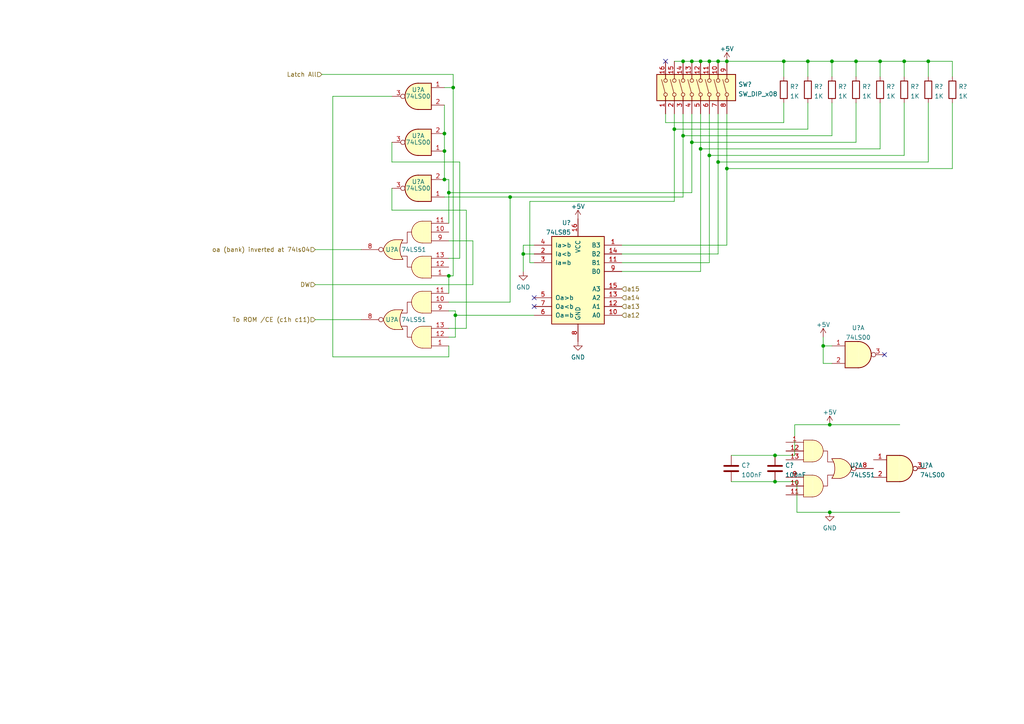
<source format=kicad_sch>
(kicad_sch (version 20211123) (generator eeschema)
  (paper "A4")
  (lib_symbols
    (symbol "74xx:74LS00" (pin_names (offset 1.016))
      (property "Reference" "U" (at 0 1.27 0))
      (property "Value" "74LS00" (at 0 -1.27 0))
      (symbol "74LS00_1_1"
        (arc (start 0 -3.81) (mid 3.81 0) (end 0 3.81) (stroke (width 0.254)) (fill (type background)))
        (polyline (pts (xy 0 3.81) (xy -3.81 3.81) (xy -3.81 -3.81) (xy 0 -3.81)) (stroke (width 0.254)) (fill (type background)))
        (pin input line (at -7.62 2.54 0) (length 3.81) (name "~") (number "1"))
        (pin input line (at -7.62 -2.54 0) (length 3.81) (name "~") (number "2"))
        (pin output inverted (at 7.62 0 180) (length 3.81) (name "~") (number "3"))
      )
      (symbol "74LS00_1_2"
        (arc (start -3.81 -3.81) (mid -2.589 0) (end -3.81 3.81) (stroke (width 0.254)))
        (arc (start -0.6096 -3.81) (mid 2.1855 -2.584) (end 3.81 0) (stroke (width 0.254)) (fill (type background)))
        (polyline (pts (xy -3.81 -3.81) (xy -0.635 -3.81)) (stroke (width 0.254)) (fill (type background)))
        (polyline (pts (xy -3.81 3.81) (xy -0.635 3.81)) (stroke (width 0.254)) (fill (type background)))
        (polyline (pts (xy -0.635 3.81) (xy -3.81 3.81) (xy -3.81 3.81) (xy -3.556 3.4036) (xy -3.0226 2.2606) (xy -2.6924 1.0414) (xy -2.6162 -0.254) (xy -2.7686 -1.4986) (xy -3.175 -2.7178) (xy -3.81 -3.81) (xy -3.81 -3.81) (xy -0.635 -3.81)) (stroke (width -25.4)) (fill (type background)))
        (arc (start 3.81 0) (mid 2.1928 2.5925) (end -0.6096 3.81) (stroke (width 0.254)) (fill (type background)))
        (pin input inverted (at -7.62 2.54 0) (length 4.318) (name "~") (number "1"))
        (pin input inverted (at -7.62 -2.54 0) (length 4.318) (name "~") (number "2"))
        (pin output line (at 7.62 0 180) (length 3.81) (name "~") (number "3"))
      )
      (symbol "74LS00_2_1"
        (arc (start 0 -3.81) (mid 3.81 0) (end 0 3.81) (stroke (width 0.254)) (fill (type background)))
        (polyline (pts (xy 0 3.81) (xy -3.81 3.81) (xy -3.81 -3.81) (xy 0 -3.81)) (stroke (width 0.254)) (fill (type background)))
        (pin input line (at -7.62 2.54 0) (length 3.81) (name "~") (number "4"))
        (pin input line (at -7.62 -2.54 0) (length 3.81) (name "~") (number "5"))
        (pin output inverted (at 7.62 0 180) (length 3.81) (name "~") (number "6"))
      )
      (symbol "74LS00_2_2"
        (arc (start -3.81 -3.81) (mid -2.589 0) (end -3.81 3.81) (stroke (width 0.254)))
        (arc (start -0.6096 -3.81) (mid 2.1855 -2.584) (end 3.81 0) (stroke (width 0.254)) (fill (type background)))
        (polyline (pts (xy -3.81 -3.81) (xy -0.635 -3.81)) (stroke (width 0.254)) (fill (type background)))
        (polyline (pts (xy -3.81 3.81) (xy -0.635 3.81)) (stroke (width 0.254)) (fill (type background)))
        (polyline (pts (xy -0.635 3.81) (xy -3.81 3.81) (xy -3.81 3.81) (xy -3.556 3.4036) (xy -3.0226 2.2606) (xy -2.6924 1.0414) (xy -2.6162 -0.254) (xy -2.7686 -1.4986) (xy -3.175 -2.7178) (xy -3.81 -3.81) (xy -3.81 -3.81) (xy -0.635 -3.81)) (stroke (width -25.4)) (fill (type background)))
        (arc (start 3.81 0) (mid 2.1928 2.5925) (end -0.6096 3.81) (stroke (width 0.254)) (fill (type background)))
        (pin input inverted (at -7.62 2.54 0) (length 4.318) (name "~") (number "4"))
        (pin input inverted (at -7.62 -2.54 0) (length 4.318) (name "~") (number "5"))
        (pin output line (at 7.62 0 180) (length 3.81) (name "~") (number "6"))
      )
      (symbol "74LS00_3_1"
        (arc (start 0 -3.81) (mid 3.81 0) (end 0 3.81) (stroke (width 0.254)) (fill (type background)))
        (polyline (pts (xy 0 3.81) (xy -3.81 3.81) (xy -3.81 -3.81) (xy 0 -3.81)) (stroke (width 0.254)) (fill (type background)))
        (pin input line (at -7.62 -2.54 0) (length 3.81) (name "~") (number "10"))
        (pin output inverted (at 7.62 0 180) (length 3.81) (name "~") (number "8"))
        (pin input line (at -7.62 2.54 0) (length 3.81) (name "~") (number "9"))
      )
      (symbol "74LS00_3_2"
        (arc (start -3.81 -3.81) (mid -2.589 0) (end -3.81 3.81) (stroke (width 0.254)))
        (arc (start -0.6096 -3.81) (mid 2.1855 -2.584) (end 3.81 0) (stroke (width 0.254)) (fill (type background)))
        (polyline (pts (xy -3.81 -3.81) (xy -0.635 -3.81)) (stroke (width 0.254)) (fill (type background)))
        (polyline (pts (xy -3.81 3.81) (xy -0.635 3.81)) (stroke (width 0.254)) (fill (type background)))
        (polyline (pts (xy -0.635 3.81) (xy -3.81 3.81) (xy -3.81 3.81) (xy -3.556 3.4036) (xy -3.0226 2.2606) (xy -2.6924 1.0414) (xy -2.6162 -0.254) (xy -2.7686 -1.4986) (xy -3.175 -2.7178) (xy -3.81 -3.81) (xy -3.81 -3.81) (xy -0.635 -3.81)) (stroke (width -25.4)) (fill (type background)))
        (arc (start 3.81 0) (mid 2.1928 2.5925) (end -0.6096 3.81) (stroke (width 0.254)) (fill (type background)))
        (pin input inverted (at -7.62 -2.54 0) (length 4.318) (name "~") (number "10"))
        (pin output line (at 7.62 0 180) (length 3.81) (name "~") (number "8"))
        (pin input inverted (at -7.62 2.54 0) (length 4.318) (name "~") (number "9"))
      )
      (symbol "74LS00_4_1"
        (arc (start 0 -3.81) (mid 3.81 0) (end 0 3.81) (stroke (width 0.254)) (fill (type background)))
        (polyline (pts (xy 0 3.81) (xy -3.81 3.81) (xy -3.81 -3.81) (xy 0 -3.81)) (stroke (width 0.254)) (fill (type background)))
        (pin output inverted (at 7.62 0 180) (length 3.81) (name "~") (number "11"))
        (pin input line (at -7.62 2.54 0) (length 3.81) (name "~") (number "12"))
        (pin input line (at -7.62 -2.54 0) (length 3.81) (name "~") (number "13"))
      )
      (symbol "74LS00_4_2"
        (arc (start -3.81 -3.81) (mid -2.589 0) (end -3.81 3.81) (stroke (width 0.254)))
        (arc (start -0.6096 -3.81) (mid 2.1855 -2.584) (end 3.81 0) (stroke (width 0.254)) (fill (type background)))
        (polyline (pts (xy -3.81 -3.81) (xy -0.635 -3.81)) (stroke (width 0.254)) (fill (type background)))
        (polyline (pts (xy -3.81 3.81) (xy -0.635 3.81)) (stroke (width 0.254)) (fill (type background)))
        (polyline (pts (xy -0.635 3.81) (xy -3.81 3.81) (xy -3.81 3.81) (xy -3.556 3.4036) (xy -3.0226 2.2606) (xy -2.6924 1.0414) (xy -2.6162 -0.254) (xy -2.7686 -1.4986) (xy -3.175 -2.7178) (xy -3.81 -3.81) (xy -3.81 -3.81) (xy -0.635 -3.81)) (stroke (width -25.4)) (fill (type background)))
        (arc (start 3.81 0) (mid 2.1928 2.5925) (end -0.6096 3.81) (stroke (width 0.254)) (fill (type background)))
        (pin output line (at 7.62 0 180) (length 3.81) (name "~") (number "11"))
        (pin input inverted (at -7.62 2.54 0) (length 4.318) (name "~") (number "12"))
        (pin input inverted (at -7.62 -2.54 0) (length 4.318) (name "~") (number "13"))
      )
      (symbol "74LS00_5_0"
        (pin power_in line (at 0 12.7 270) (length 5.08) (name "VCC") (number "14"))
        (pin power_in line (at 0 -12.7 90) (length 5.08) (name "GND") (number "7"))
      )
      (symbol "74LS00_5_1"
        (rectangle (start -5.08 7.62) (end 5.08 -7.62) (stroke (width 0.254)) (fill (type background)))
      )
    )
    (symbol "74xx:74LS51" (pin_names (offset 1.016))
      (property "Reference" "U" (at -7.62 10.16 0))
      (property "Value" "74LS51" (at -7.62 -10.16 0))
      (symbol "74LS51_1_0"
        (arc (start -5.08 -8.255) (mid -1.905 -5.08) (end -5.08 -1.905) (fill (type background)))
        (arc (start -5.08 1.905) (mid -1.905 5.08) (end -5.08 8.255) (fill (type background)))
        (polyline (pts (xy -5.08 -1.905) (xy -7.62 -1.905) (xy -7.62 -8.255) (xy -5.08 -8.255)) (fill (type background)))
        (polyline (pts (xy -5.08 1.905) (xy -7.62 1.905) (xy -7.62 8.255) (xy -5.08 8.255)) (fill (type background)))
        (polyline (pts (xy -1.905 -5.08) (xy -0.635 -5.08) (xy -0.635 -1.905) (xy 1.016 -1.905)))
        (polyline (pts (xy -1.905 5.08) (xy -0.635 5.08) (xy -0.635 1.905) (xy 1.016 1.905)))
        (polyline (pts (xy 2.9718 2.8702) (xy 0.5842 2.8702) (xy 0.5842 2.8448) (xy 0.635 2.7432) (xy 0.7112 2.6416) (xy 0.762 2.54) (xy 0.8382 2.4384) (xy 0.889 2.3114) (xy 0.9652 2.2098) (xy 1.016 2.0828) (xy 1.0668 1.9812) (xy 1.1176 1.8542) (xy 1.1684 1.7526) (xy 1.2192 1.6256) (xy 1.2446 1.4986) (xy 1.2954 1.3716) (xy 1.3208 1.27) (xy 1.3462 1.143) (xy 1.3716 1.016) (xy 1.397 0.889) (xy 1.4224 0.762) (xy 1.4478 0.635) (xy 1.4478 0.508) (xy 1.4732 0.381) (xy 1.4732 0.254) (xy 1.4732 0.127) (xy 1.4732 0) (xy 1.4732 -0.127) (xy 1.4732 -0.254) (xy 1.4732 -0.381) (xy 1.4732 -0.508) (xy 1.4478 -0.635) (xy 1.4224 -0.762) (xy 1.397 -0.889) (xy 1.397 -1.016) (xy 1.3462 -1.143) (xy 1.3208 -1.2446) (xy 1.2954 -1.3716) (xy 1.2446 -1.4986) (xy 1.2192 -1.6256) (xy 1.1684 -1.7272) (xy 1.1176 -1.8542) (xy 1.0668 -1.9812) (xy 1.016 -2.0828) (xy 0.9652 -2.2098) (xy 0.9144 -2.3114) (xy 0.8636 -2.4384) (xy 0.7874 -2.54) (xy 0.7112 -2.6416) (xy 0.6604 -2.7432) (xy 0.5842 -2.8448) (xy 0.5842 -2.8448) (xy 2.9718 -2.8448)) (stroke (width 0.1778)) (fill (type background)))
        (arc (start 2.9718 -2.8448) (mid 5.0797 -1.9419) (end 6.2992 0) (stroke (width 0.1778)) (fill (type background)))
        (arc (start 6.2992 0) (mid 5.0758 1.9455) (end 2.9718 2.8702) (stroke (width 0.1778)) (fill (type background)))
        (circle (center 6.985 0) (radius 0.635))
        (pin input line (at -12.7 7.62 0) (length 5.08) (name "~") (number "1"))
        (pin input line (at -12.7 -5.08 0) (length 5.08) (name "~") (number "10"))
        (pin input line (at -12.7 -7.62 0) (length 5.08) (name "~") (number "11"))
        (pin input line (at -12.7 5.08 0) (length 5.08) (name "~") (number "12"))
        (pin input line (at -12.7 2.54 0) (length 5.08) (name "~") (number "13"))
        (pin output line (at 12.7 0 180) (length 5.08) (name "~") (number "8"))
        (pin input line (at -12.7 -2.54 0) (length 5.08) (name "~") (number "9"))
      )
      (symbol "74LS51_2_0"
        (arc (start -5.08 -8.255) (mid -1.905 -5.08) (end -5.08 -1.905) (fill (type background)))
        (arc (start -5.08 1.905) (mid -1.905 5.08) (end -5.08 8.255) (fill (type background)))
        (polyline (pts (xy -5.08 -1.905) (xy -7.62 -1.905) (xy -7.62 -8.255) (xy -5.08 -8.255)) (fill (type background)))
        (polyline (pts (xy -5.08 1.905) (xy -7.62 1.905) (xy -7.62 8.255) (xy -5.08 8.255)) (fill (type background)))
        (polyline (pts (xy -1.905 -5.08) (xy -0.635 -5.08) (xy -0.635 -1.905) (xy 1.016 -1.905)))
        (polyline (pts (xy -1.905 5.08) (xy -0.635 5.08) (xy -0.635 1.905) (xy 1.016 1.905)))
        (polyline (pts (xy 2.9718 2.8702) (xy 0.5842 2.8702) (xy 0.5842 2.8448) (xy 0.635 2.7432) (xy 0.7112 2.6416) (xy 0.762 2.54) (xy 0.8382 2.4384) (xy 0.889 2.3114) (xy 0.9652 2.2098) (xy 1.016 2.0828) (xy 1.0668 1.9812) (xy 1.1176 1.8542) (xy 1.1684 1.7526) (xy 1.2192 1.6256) (xy 1.2446 1.4986) (xy 1.2954 1.3716) (xy 1.3208 1.27) (xy 1.3462 1.143) (xy 1.3716 1.016) (xy 1.397 0.889) (xy 1.4224 0.762) (xy 1.4478 0.635) (xy 1.4478 0.508) (xy 1.4732 0.381) (xy 1.4732 0.254) (xy 1.4732 0.127) (xy 1.4732 0) (xy 1.4732 -0.127) (xy 1.4732 -0.254) (xy 1.4732 -0.381) (xy 1.4732 -0.508) (xy 1.4478 -0.635) (xy 1.4224 -0.762) (xy 1.397 -0.889) (xy 1.397 -1.016) (xy 1.3462 -1.143) (xy 1.3208 -1.2446) (xy 1.2954 -1.3716) (xy 1.2446 -1.4986) (xy 1.2192 -1.6256) (xy 1.1684 -1.7272) (xy 1.1176 -1.8542) (xy 1.0668 -1.9812) (xy 1.016 -2.0828) (xy 0.9652 -2.2098) (xy 0.9144 -2.3114) (xy 0.8636 -2.4384) (xy 0.7874 -2.54) (xy 0.7112 -2.6416) (xy 0.6604 -2.7432) (xy 0.5842 -2.8448) (xy 0.5842 -2.8448) (xy 2.9718 -2.8448)) (stroke (width 0.1778)) (fill (type background)))
        (arc (start 2.9718 -2.8448) (mid 5.0797 -1.9419) (end 6.2992 0) (stroke (width 0.1778)) (fill (type background)))
        (arc (start 6.2992 0) (mid 5.0758 1.9455) (end 2.9718 2.8702) (stroke (width 0.1778)) (fill (type background)))
        (circle (center 6.985 0) (radius 0.635))
        (pin input line (at -12.7 7.62 0) (length 5.08) (name "~") (number "2"))
        (pin input line (at -12.7 2.54 0) (length 5.08) (name "~") (number "3"))
        (pin input line (at -12.7 -2.54 0) (length 5.08) (name "~") (number "4"))
        (pin input line (at -12.7 -7.62 0) (length 5.08) (name "~") (number "5"))
        (pin output line (at 12.7 0 180) (length 5.08) (name "~") (number "6"))
      )
      (symbol "74LS51_3_0"
        (pin power_in line (at 0 12.7 270) (length 5.08) (name "VCC") (number "14"))
        (pin power_in line (at 0 -12.7 90) (length 5.08) (name "GND") (number "7"))
      )
      (symbol "74LS51_3_1"
        (rectangle (start -5.08 7.62) (end 5.08 -7.62) (stroke (width 0.254)) (fill (type background)))
      )
    )
    (symbol "74xx:74LS85" (pin_names (offset 1.016))
      (property "Reference" "U" (at -7.62 13.97 0))
      (property "Value" "74LS85" (at -7.62 -13.97 0))
      (symbol "74LS85_1_0"
        (pin input line (at -12.7 10.16 0) (length 5.08) (name "B3") (number "1"))
        (pin input line (at -12.7 -10.16 0) (length 5.08) (name "A0") (number "10"))
        (pin input line (at -12.7 5.08 0) (length 5.08) (name "B1") (number "11"))
        (pin input line (at -12.7 -7.62 0) (length 5.08) (name "A1") (number "12"))
        (pin input line (at -12.7 -5.08 0) (length 5.08) (name "A2") (number "13"))
        (pin input line (at -12.7 7.62 0) (length 5.08) (name "B2") (number "14"))
        (pin input line (at -12.7 -2.54 0) (length 5.08) (name "A3") (number "15"))
        (pin power_in line (at 0 17.78 270) (length 5.08) (name "VCC") (number "16"))
        (pin input line (at 12.7 7.62 180) (length 5.08) (name "Ia<b") (number "2"))
        (pin input line (at 12.7 5.08 180) (length 5.08) (name "Ia=b") (number "3"))
        (pin input line (at 12.7 10.16 180) (length 5.08) (name "Ia>b") (number "4"))
        (pin output line (at 12.7 -5.08 180) (length 5.08) (name "Oa>b") (number "5"))
        (pin output line (at 12.7 -10.16 180) (length 5.08) (name "Oa=b") (number "6"))
        (pin output line (at 12.7 -7.62 180) (length 5.08) (name "Oa<b") (number "7"))
        (pin power_in line (at 0 -17.78 90) (length 5.08) (name "GND") (number "8"))
        (pin input line (at -12.7 2.54 0) (length 5.08) (name "B0") (number "9"))
      )
      (symbol "74LS85_1_1"
        (rectangle (start -7.62 12.7) (end 7.62 -12.7) (stroke (width 0.254)) (fill (type background)))
      )
    )
    (symbol "Device:C" (pin_numbers hide) (pin_names (offset 0.254))
      (property "Reference" "C" (at 0.635 2.54 0))
      (property "Value" "C" (at 0.635 -2.54 0))
      (symbol "C_0_1"
        (polyline (pts (xy -2.032 -0.762) (xy 2.032 -0.762)) (stroke (width 0.508)))
        (polyline (pts (xy -2.032 0.762) (xy 2.032 0.762)) (stroke (width 0.508)))
      )
      (symbol "C_1_1"
        (pin passive line (at 0 3.81 270) (length 2.794) (name "~") (number "1"))
        (pin passive line (at 0 -3.81 90) (length 2.794) (name "~") (number "2"))
      )
    )
    (symbol "Device:R" (pin_numbers hide) (pin_names (offset 0))
      (property "Reference" "R" (at 2.032 0 90))
      (property "Value" "R" (at 0 0 90))
      (symbol "R_0_1"
        (rectangle (start -1.016 -2.54) (end 1.016 2.54) (stroke (width 0.254)))
      )
      (symbol "R_1_1"
        (pin passive line (at 0 3.81 270) (length 1.27) (name "~") (number "1"))
        (pin passive line (at 0 -3.81 90) (length 1.27) (name "~") (number "2"))
      )
    )
    (symbol "Switch:SW_DIP_x08" (pin_names (offset 0) hide)
      (property "Reference" "SW" (at 0 13.97 0))
      (property "Value" "SW_DIP_x08" (at 0 -11.43 0))
      (symbol "SW_DIP_x08_0_0"
        (circle (center -2.032 -7.62) (radius 0.508))
        (circle (center -2.032 -5.08) (radius 0.508))
        (circle (center -2.032 -2.54) (radius 0.508))
        (circle (center -2.032 0) (radius 0.508))
        (circle (center -2.032 2.54) (radius 0.508))
        (circle (center -2.032 5.08) (radius 0.508))
        (circle (center -2.032 7.62) (radius 0.508))
        (circle (center -2.032 10.16) (radius 0.508))
        (polyline (pts (xy -1.524 -7.4676) (xy 2.3622 -6.4262)))
        (polyline (pts (xy -1.524 -4.9276) (xy 2.3622 -3.8862)))
        (polyline (pts (xy -1.524 -2.3876) (xy 2.3622 -1.3462)))
        (polyline (pts (xy -1.524 0.127) (xy 2.3622 1.1684)))
        (polyline (pts (xy -1.524 2.667) (xy 2.3622 3.7084)))
        (polyline (pts (xy -1.524 5.207) (xy 2.3622 6.2484)))
        (polyline (pts (xy -1.524 7.747) (xy 2.3622 8.7884)))
        (polyline (pts (xy -1.524 10.287) (xy 2.3622 11.3284)))
        (circle (center 2.032 -7.62) (radius 0.508))
        (circle (center 2.032 -5.08) (radius 0.508))
        (circle (center 2.032 -2.54) (radius 0.508))
        (circle (center 2.032 0) (radius 0.508))
        (circle (center 2.032 2.54) (radius 0.508))
        (circle (center 2.032 5.08) (radius 0.508))
        (circle (center 2.032 7.62) (radius 0.508))
        (circle (center 2.032 10.16) (radius 0.508))
      )
      (symbol "SW_DIP_x08_0_1"
        (rectangle (start -3.81 12.7) (end 3.81 -10.16) (stroke (width 0.254)) (fill (type background)))
      )
      (symbol "SW_DIP_x08_1_1"
        (pin passive line (at -7.62 10.16 0) (length 5.08) (name "~") (number "1"))
        (pin passive line (at 7.62 -5.08 180) (length 5.08) (name "~") (number "10"))
        (pin passive line (at 7.62 -2.54 180) (length 5.08) (name "~") (number "11"))
        (pin passive line (at 7.62 0 180) (length 5.08) (name "~") (number "12"))
        (pin passive line (at 7.62 2.54 180) (length 5.08) (name "~") (number "13"))
        (pin passive line (at 7.62 5.08 180) (length 5.08) (name "~") (number "14"))
        (pin passive line (at 7.62 7.62 180) (length 5.08) (name "~") (number "15"))
        (pin passive line (at 7.62 10.16 180) (length 5.08) (name "~") (number "16"))
        (pin passive line (at -7.62 7.62 0) (length 5.08) (name "~") (number "2"))
        (pin passive line (at -7.62 5.08 0) (length 5.08) (name "~") (number "3"))
        (pin passive line (at -7.62 2.54 0) (length 5.08) (name "~") (number "4"))
        (pin passive line (at -7.62 0 0) (length 5.08) (name "~") (number "5"))
        (pin passive line (at -7.62 -2.54 0) (length 5.08) (name "~") (number "6"))
        (pin passive line (at -7.62 -5.08 0) (length 5.08) (name "~") (number "7"))
        (pin passive line (at -7.62 -7.62 0) (length 5.08) (name "~") (number "8"))
        (pin passive line (at 7.62 -7.62 180) (length 5.08) (name "~") (number "9"))
      )
    )
    (symbol "power:+5V" (power) (pin_names (offset 0))
      (property "Value" "+5V" (at 0 3.556 0))
      (symbol "+5V_0_1"
        (polyline (pts (xy -0.762 1.27) (xy 0 2.54)))
        (polyline (pts (xy 0 0) (xy 0 2.54)))
        (polyline (pts (xy 0 2.54) (xy 0.762 1.27)))
      )
      (symbol "+5V_1_1"
        (pin power_in line (at 0 0 90) (length 0) hide (name "+5V") (number "1"))
      )
    )
    (symbol "power:GND" (power) (pin_names (offset 0))
      (property "Value" "GND" (at 0 -3.81 0))
      (symbol "GND_0_1"
        (polyline (pts (xy 0 0) (xy 0 -1.27) (xy 1.27 -1.27) (xy 0 -2.54) (xy -1.27 -1.27) (xy 0 -1.27)))
      )
      (symbol "GND_1_1"
        (pin power_in line (at 0 0 270) (length 0) hide (name "GND") (number "1"))
      )
    )
  )
  (junction (at 147.955 57.15))
  (junction (at 131.445 25.4))
  (junction (at 269.24 17.78))
  (junction (at 248.285 17.78))
  (junction (at 198.12 17.78))
  (junction (at 130.175 55.88))
  (junction (at 224.79 132.08))
  (junction (at 234.315 17.78))
  (junction (at 240.665 148.59))
  (junction (at 200.66 41.275))
  (junction (at 195.58 37.465))
  (junction (at 128.905 38.735))
  (junction (at 203.2 43.18))
  (junction (at 130.175 80.01))
  (junction (at 224.79 139.7))
  (junction (at 151.765 73.66))
  (junction (at 200.66 17.78))
  (junction (at 227.33 17.78))
  (junction (at 208.28 17.78))
  (junction (at 205.74 45.085))
  (junction (at 262.255 17.78))
  (junction (at 132.08 91.44))
  (junction (at 128.905 52.07))
  (junction (at 210.82 17.78))
  (junction (at 241.3 17.78))
  (junction (at 203.2 17.78))
  (junction (at 208.28 46.99))
  (junction (at 205.74 17.78))
  (junction (at 198.12 39.37))
  (junction (at 238.76 100.33))
  (junction (at 210.82 48.895))
  (junction (at 128.905 43.815))
  (junction (at 255.27 17.78))
  (junction (at 240.665 123.19))
  (no_connect (at 193.04 17.78))
  (no_connect (at 154.94 86.36))
  (no_connect (at 154.94 88.9))
  (no_connect (at 256.54 102.87))
  (wire (pts (xy 131.445 25.4) (xy 131.445 21.59)))
  (wire (pts (xy 203.2 43.18) (xy 255.27 43.18)))
  (wire (pts (xy 203.2 17.78) (xy 200.66 17.78)))
  (wire (pts (xy 224.79 139.7) (xy 212.09 139.7)))
  (wire (pts (xy 227.33 22.225) (xy 227.33 17.78)))
  (wire (pts (xy 276.225 48.895) (xy 210.82 48.895)))
  (wire (pts (xy 210.82 17.78) (xy 208.28 17.78)))
  (wire (pts (xy 151.765 73.66) (xy 154.94 73.66)))
  (wire (pts (xy 234.315 29.845) (xy 234.315 37.465)))
  (wire (pts (xy 269.24 17.78) (xy 276.225 17.78)))
  (wire (pts (xy 227.33 17.78) (xy 234.315 17.78)))
  (wire (pts (xy 208.28 17.78) (xy 205.74 17.78)))
  (wire (pts (xy 153.67 58.42) (xy 195.58 58.42)))
  (wire (pts (xy 231.14 148.59) (xy 231.14 139.7)))
  (wire (pts (xy 208.28 46.99) (xy 208.28 73.66)))
  (wire (pts (xy 130.175 52.07) (xy 130.175 55.88)))
  (wire (pts (xy 269.24 29.845) (xy 269.24 46.99)))
  (wire (pts (xy 128.905 43.815) (xy 128.905 52.07)))
  (wire (pts (xy 198.12 57.15) (xy 198.12 39.37)))
  (wire (pts (xy 132.08 91.44) (xy 154.94 91.44)))
  (wire (pts (xy 135.255 95.25) (xy 130.175 95.25)))
  (wire (pts (xy 130.175 80.01) (xy 130.175 85.09)))
  (wire (pts (xy 262.255 17.78) (xy 269.24 17.78)))
  (wire (pts (xy 241.3 39.37) (xy 241.3 29.845)))
  (wire (pts (xy 210.82 71.12) (xy 180.34 71.12)))
  (wire (pts (xy 241.3 17.78) (xy 241.3 22.225)))
  (wire (pts (xy 238.76 97.79) (xy 238.76 100.33)))
  (wire (pts (xy 205.74 33.02) (xy 205.74 45.085)))
  (wire (pts (xy 193.04 33.02) (xy 193.04 35.56)))
  (wire (pts (xy 260.985 148.59) (xy 240.665 148.59)))
  (wire (pts (xy 203.2 43.18) (xy 203.2 78.74)))
  (wire (pts (xy 147.955 57.15) (xy 147.955 87.63)))
  (wire (pts (xy 132.08 90.17) (xy 132.08 91.44)))
  (wire (pts (xy 231.14 139.7) (xy 224.79 139.7)))
  (wire (pts (xy 153.67 76.2) (xy 153.67 58.42)))
  (wire (pts (xy 240.665 148.59) (xy 231.14 148.59)))
  (wire (pts (xy 255.27 43.18) (xy 255.27 29.845)))
  (wire (pts (xy 230.505 123.19) (xy 240.665 123.19)))
  (wire (pts (xy 137.16 69.85) (xy 137.16 82.55)))
  (wire (pts (xy 276.225 17.78) (xy 276.225 22.225)))
  (wire (pts (xy 132.08 91.44) (xy 132.08 97.79)))
  (wire (pts (xy 200.66 17.78) (xy 198.12 17.78)))
  (wire (pts (xy 276.225 29.845) (xy 276.225 48.895)))
  (wire (pts (xy 91.44 82.55) (xy 137.16 82.55)))
  (wire (pts (xy 205.74 45.085) (xy 205.74 76.2)))
  (wire (pts (xy 238.76 100.33) (xy 238.76 105.41)))
  (wire (pts (xy 205.74 17.78) (xy 203.2 17.78)))
  (wire (pts (xy 96.52 103.505) (xy 130.175 103.505)))
  (wire (pts (xy 248.285 17.78) (xy 248.285 22.225)))
  (wire (pts (xy 241.3 17.78) (xy 248.285 17.78)))
  (wire (pts (xy 210.82 33.02) (xy 210.82 48.895)))
  (wire (pts (xy 210.82 48.895) (xy 210.82 71.12)))
  (wire (pts (xy 93.345 21.59) (xy 131.445 21.59)))
  (wire (pts (xy 203.2 78.74) (xy 180.34 78.74)))
  (wire (pts (xy 193.04 35.56) (xy 227.33 35.56)))
  (wire (pts (xy 130.175 90.17) (xy 132.08 90.17)))
  (wire (pts (xy 151.765 71.12) (xy 154.94 71.12)))
  (wire (pts (xy 133.35 74.93) (xy 130.175 74.93)))
  (wire (pts (xy 205.74 76.2) (xy 180.34 76.2)))
  (wire (pts (xy 195.58 37.465) (xy 195.58 33.02)))
  (wire (pts (xy 208.28 33.02) (xy 208.28 46.99)))
  (wire (pts (xy 130.175 55.88) (xy 130.175 64.77)))
  (wire (pts (xy 113.665 60.96) (xy 135.255 60.96)))
  (wire (pts (xy 133.35 46.99) (xy 133.35 74.93)))
  (wire (pts (xy 113.665 46.99) (xy 133.35 46.99)))
  (wire (pts (xy 151.765 73.66) (xy 151.765 71.12)))
  (wire (pts (xy 113.665 41.275) (xy 113.665 46.99)))
  (wire (pts (xy 198.12 39.37) (xy 198.12 33.02)))
  (wire (pts (xy 255.27 22.225) (xy 255.27 17.78)))
  (wire (pts (xy 198.12 17.78) (xy 195.58 17.78)))
  (wire (pts (xy 195.58 37.465) (xy 234.315 37.465)))
  (wire (pts (xy 248.285 29.845) (xy 248.285 41.275)))
  (wire (pts (xy 248.285 41.275) (xy 200.66 41.275)))
  (wire (pts (xy 262.255 22.225) (xy 262.255 17.78)))
  (wire (pts (xy 238.76 105.41) (xy 241.3 105.41)))
  (wire (pts (xy 113.665 54.61) (xy 113.665 60.96)))
  (wire (pts (xy 262.255 45.085) (xy 262.255 29.845)))
  (wire (pts (xy 234.315 17.78) (xy 234.315 22.225)))
  (wire (pts (xy 195.58 58.42) (xy 195.58 37.465)))
  (wire (pts (xy 128.905 57.15) (xy 147.955 57.15)))
  (wire (pts (xy 130.175 103.505) (xy 130.175 100.33)))
  (wire (pts (xy 128.905 25.4) (xy 131.445 25.4)))
  (wire (pts (xy 234.315 17.78) (xy 241.3 17.78)))
  (wire (pts (xy 203.2 33.02) (xy 203.2 43.18)))
  (wire (pts (xy 208.28 46.99) (xy 269.24 46.99)))
  (wire (pts (xy 200.66 55.88) (xy 200.66 41.275)))
  (wire (pts (xy 128.905 30.48) (xy 128.905 38.735)))
  (wire (pts (xy 240.665 123.19) (xy 260.985 123.19)))
  (wire (pts (xy 130.175 55.88) (xy 200.66 55.88)))
  (wire (pts (xy 224.79 132.08) (xy 230.505 132.08)))
  (wire (pts (xy 132.08 97.79) (xy 130.175 97.79)))
  (wire (pts (xy 269.24 22.225) (xy 269.24 17.78)))
  (wire (pts (xy 208.28 73.66) (xy 180.34 73.66)))
  (wire (pts (xy 248.285 17.78) (xy 255.27 17.78)))
  (wire (pts (xy 130.175 87.63) (xy 147.955 87.63)))
  (wire (pts (xy 255.27 17.78) (xy 262.255 17.78)))
  (wire (pts (xy 154.94 76.2) (xy 153.67 76.2)))
  (wire (pts (xy 96.52 27.94) (xy 96.52 103.505)))
  (wire (pts (xy 147.955 57.15) (xy 198.12 57.15)))
  (wire (pts (xy 135.255 60.96) (xy 135.255 95.25)))
  (wire (pts (xy 151.765 78.74) (xy 151.765 73.66)))
  (wire (pts (xy 210.82 17.78) (xy 227.33 17.78)))
  (wire (pts (xy 91.44 92.71) (xy 104.775 92.71)))
  (wire (pts (xy 200.66 41.275) (xy 200.66 33.02)))
  (wire (pts (xy 131.445 25.4) (xy 131.445 80.01)))
  (wire (pts (xy 128.905 52.07) (xy 130.175 52.07)))
  (wire (pts (xy 227.33 35.56) (xy 227.33 29.845)))
  (wire (pts (xy 131.445 80.01) (xy 130.175 80.01)))
  (wire (pts (xy 205.74 45.085) (xy 262.255 45.085)))
  (wire (pts (xy 212.09 132.08) (xy 224.79 132.08)))
  (wire (pts (xy 113.665 27.94) (xy 96.52 27.94)))
  (wire (pts (xy 128.905 38.735) (xy 128.905 43.815)))
  (wire (pts (xy 230.505 132.08) (xy 230.505 123.19)))
  (wire (pts (xy 130.175 69.85) (xy 137.16 69.85)))
  (wire (pts (xy 238.76 100.33) (xy 241.3 100.33)))
  (wire (pts (xy 91.44 72.39) (xy 104.775 72.39)))
  (wire (pts (xy 198.12 39.37) (xy 241.3 39.37)))
  (hierarchical_label "a15" (shape input) (at 180.34 83.82 0))
  (hierarchical_label "a14" (shape input) (at 180.34 86.36 0))
  (hierarchical_label "a12" (shape input) (at 180.34 91.44 0))
  (hierarchical_label "oa (bank) inverted at 74ls04" (shape input) (at 91.44 72.39 180))
  (hierarchical_label "a13" (shape input) (at 180.34 88.9 0))
  (hierarchical_label "DW" (shape input) (at 91.44 82.55 180))
  (hierarchical_label "Latch All" (shape input) (at 93.345 21.59 180))
  (hierarchical_label "To ROM {slash}CE (c1h c11)" (shape input) (at 91.44 92.71 180))
  (symbol (lib_id "Device:R") (at 269.24 26.035 0)
    (property "Reference" "R?" (at 271.018 25.1265 0) (effects (justify left)))
    (property "Value" "1K" (at 271.018 27.9016 0) (effects (justify left)))
  )
  (symbol (lib_id "power:GND") (at 151.765 78.74 0) (mirror y)
    (property "Reference" "#PWR?" (effects hide))
    (property "Value" "GND" (at 151.765 83.3025 0))
  )
  (symbol (lib_id "power:+5V") (at 210.82 17.78 0)
    (property "Reference" "#PWR?" (effects hide))
    (property "Value" "+5V" (at 210.82 14.1755 0))
  )
  (symbol (lib_id "74xx:74LS00") (at 121.285 54.61 180)
    (property "Reference" "U?" (at 121.285 52.705 0))
    (property "Value" "74LS00" (at 121.285 54.61 0))
    (property "Datasheet" "http://www.ti.com/lit/gpn/sn74ls00" (effects hide))
  )
  (symbol (lib_id "Device:R") (at 276.225 26.035 0)
    (property "Reference" "R?" (at 278.003 25.1265 0) (effects (justify left)))
    (property "Value" "1K" (at 278.003 27.9016 0) (effects (justify left)))
  )
  (symbol (lib_id "Device:R") (at 255.27 26.035 0)
    (property "Reference" "R?" (at 257.048 25.1265 0) (effects (justify left)))
    (property "Value" "1K" (at 257.048 27.9016 0) (effects (justify left)))
  )
  (symbol (lib_id "74xx:74LS00") (at 121.285 41.275 180)
    (property "Reference" "U?" (at 121.285 39.37 0))
    (property "Value" "74LS00" (at 121.285 41.275 0))
    (property "Datasheet" "http://www.ti.com/lit/gpn/sn74ls00" (effects hide))
  )
  (symbol (lib_id "Device:R") (at 227.33 26.035 0)
    (property "Reference" "R?" (at 229.108 25.1265 0) (effects (justify left)))
    (property "Value" "1K" (at 229.108 27.9016 0) (effects (justify left)))
  )
  (symbol (lib_id "Device:C") (at 224.79 135.89 0)
    (property "Reference" "C?" (at 227.711 134.9815 0) (effects (justify left)))
    (property "Value" "100nF" (at 227.711 137.7566 0) (effects (justify left)))
  )
  (symbol (lib_id "Device:R") (at 262.255 26.035 0)
    (property "Reference" "R?" (at 264.033 25.1265 0) (effects (justify left)))
    (property "Value" "1K" (at 264.033 27.9016 0) (effects (justify left)))
  )
  (symbol (lib_id "Device:C") (at 212.09 135.89 0)
    (property "Reference" "C?" (at 215.011 134.9815 0) (effects (justify left)))
    (property "Value" "100nF" (at 215.011 137.7566 0) (effects (justify left)))
  )
  (symbol (lib_id "74xx:74LS85") (at 167.64 81.28 0) (mirror y)
    (property "Reference" "U?" (at 165.6206 64.6135 0) (effects (justify left)))
    (property "Value" "74LS85" (at 165.6206 67.3886 0) (effects (justify left)))
    (property "Datasheet" "http://www.ti.com/lit/gpn/sn74LS85" (effects hide))
  )
  (symbol (lib_id "74xx:74LS00") (at 248.92 102.87 0)
    (property "Reference" "U?" (at 248.92 95.0935 0))
    (property "Value" "74LS00" (at 248.92 97.8686 0))
    (property "Datasheet" "http://www.ti.com/lit/gpn/sn74ls00" (effects hide))
  )
  (symbol (lib_id "74xx:74LS51") (at 117.475 72.39 180)
    (property "Reference" "U?" (at 113.665 72.39 0))
    (property "Value" "74LS51" (at 120.015 72.39 0))
    (property "Datasheet" "http://www.ti.com/lit/ds/symlink/sn74ls51.pdf" (effects hide))
  )
  (symbol (lib_id "74xx:74LS51") (at 240.665 135.89 0)
    (property "Reference" "U?" (at 246.507 134.9815 0) (effects (justify left)))
    (property "Value" "74LS51" (at 246.507 137.7566 0) (effects (justify left)))
    (property "Datasheet" "http://www.ti.com/lit/ds/symlink/sn74ls51.pdf" (effects hide))
  )
  (symbol (lib_id "74xx:74LS00") (at 121.285 27.94 0) (mirror y)
    (property "Reference" "U?" (at 121.285 26.035 0))
    (property "Value" "74LS00" (at 121.285 27.94 0))
    (property "Datasheet" "http://www.ti.com/lit/gpn/sn74ls00" (effects hide))
  )
  (symbol (lib_id "74xx:74LS00") (at 260.985 135.89 0)
    (property "Reference" "U?" (at 266.827 134.9815 0) (effects (justify left)))
    (property "Value" "74LS00" (at 266.827 137.7566 0) (effects (justify left)))
    (property "Datasheet" "http://www.ti.com/lit/gpn/sn74ls00" (effects hide))
  )
  (symbol (lib_id "power:+5V") (at 240.665 123.19 0)
    (property "Reference" "#PWR?" (effects hide))
    (property "Value" "+5V" (at 240.665 119.5855 0))
  )
  (symbol (lib_id "Device:R") (at 234.315 26.035 0)
    (property "Reference" "R?" (at 236.093 25.1265 0) (effects (justify left)))
    (property "Value" "1K" (at 236.093 27.9016 0) (effects (justify left)))
  )
  (symbol (lib_id "power:GND") (at 240.665 148.59 0)
    (property "Reference" "#PWR?" (effects hide))
    (property "Value" "GND" (at 240.665 153.1525 0))
  )
  (symbol (lib_id "Device:R") (at 248.285 26.035 0)
    (property "Reference" "R?" (at 250.063 25.1265 0) (effects (justify left)))
    (property "Value" "1K" (at 250.063 27.9016 0) (effects (justify left)))
  )
  (symbol (lib_id "Switch:SW_DIP_x08") (at 203.2 25.4 90)
    (property "Reference" "SW?" (at 214.122 24.4915 90) (effects (justify right)))
    (property "Value" "SW_DIP_x08" (at 214.122 27.2666 90) (effects (justify right)))
  )
  (symbol (lib_id "power:+5V") (at 167.64 63.5 0) (mirror y)
    (property "Reference" "#PWR?" (effects hide))
    (property "Value" "+5V" (at 167.64 59.8955 0))
  )
  (symbol (lib_id "Device:R") (at 241.3 26.035 0)
    (property "Reference" "R?" (at 243.078 25.1265 0) (effects (justify left)))
    (property "Value" "1K" (at 243.078 27.9016 0) (effects (justify left)))
  )
  (symbol (lib_id "power:GND") (at 167.64 99.06 0) (mirror y)
    (property "Reference" "#PWR?" (effects hide))
    (property "Value" "GND" (at 167.64 103.6225 0))
  )
  (symbol (lib_id "power:+5V") (at 238.76 97.79 0)
    (property "Reference" "#PWR?" (effects hide))
    (property "Value" "+5V" (at 238.76 94.1855 0))
  )
  (symbol (lib_id "74xx:74LS51") (at 117.475 92.71 180)
    (property "Reference" "U?" (at 113.665 92.71 0))
    (property "Value" "74LS51" (at 120.015 92.71 0))
    (property "Datasheet" "http://www.ti.com/lit/ds/symlink/sn74ls51.pdf" (effects hide))
  )
)
</source>
